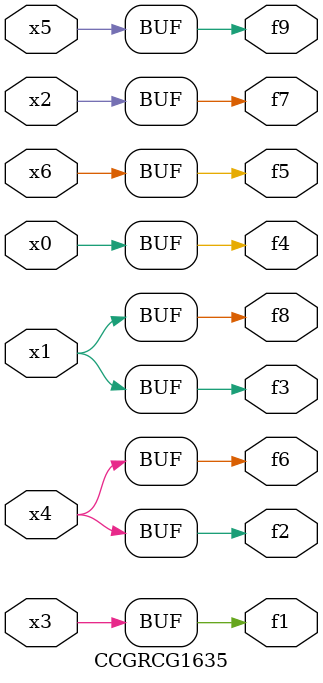
<source format=v>
module CCGRCG1635(
	input x0, x1, x2, x3, x4, x5, x6,
	output f1, f2, f3, f4, f5, f6, f7, f8, f9
);
	assign f1 = x3;
	assign f2 = x4;
	assign f3 = x1;
	assign f4 = x0;
	assign f5 = x6;
	assign f6 = x4;
	assign f7 = x2;
	assign f8 = x1;
	assign f9 = x5;
endmodule

</source>
